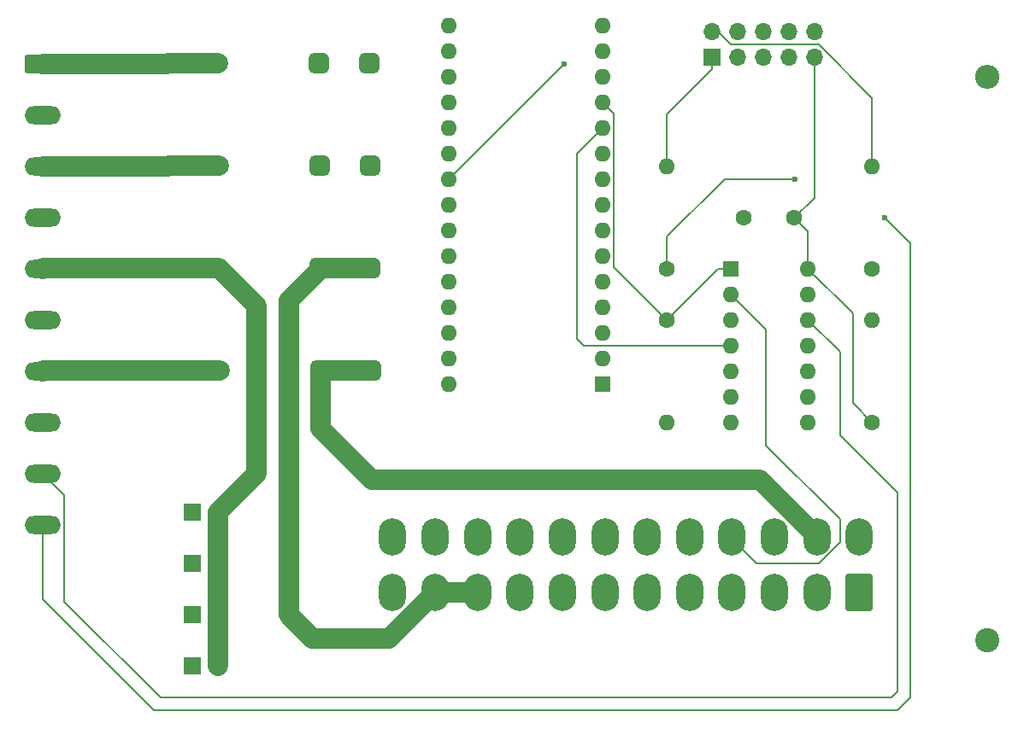
<source format=gbl>
G04 #@! TF.GenerationSoftware,KiCad,Pcbnew,8.0.9-8.0.9-0~ubuntu22.04.1*
G04 #@! TF.CreationDate,2026-01-30T18:33:39+10:00*
G04 #@! TF.ProjectId,ATX-Power-Distribution-Board,4154582d-506f-4776-9572-2d4469737472,rev?*
G04 #@! TF.SameCoordinates,Original*
G04 #@! TF.FileFunction,Copper,L4,Bot*
G04 #@! TF.FilePolarity,Positive*
%FSLAX46Y46*%
G04 Gerber Fmt 4.6, Leading zero omitted, Abs format (unit mm)*
G04 Created by KiCad (PCBNEW 8.0.9-8.0.9-0~ubuntu22.04.1) date 2026-01-30 18:33:39*
%MOMM*%
%LPD*%
G01*
G04 APERTURE LIST*
G04 Aperture macros list*
%AMRoundRect*
0 Rectangle with rounded corners*
0 $1 Rounding radius*
0 $2 $3 $4 $5 $6 $7 $8 $9 X,Y pos of 4 corners*
0 Add a 4 corners polygon primitive as box body*
4,1,4,$2,$3,$4,$5,$6,$7,$8,$9,$2,$3,0*
0 Add four circle primitives for the rounded corners*
1,1,$1+$1,$2,$3*
1,1,$1+$1,$4,$5*
1,1,$1+$1,$6,$7*
1,1,$1+$1,$8,$9*
0 Add four rect primitives between the rounded corners*
20,1,$1+$1,$2,$3,$4,$5,0*
20,1,$1+$1,$4,$5,$6,$7,0*
20,1,$1+$1,$6,$7,$8,$9,0*
20,1,$1+$1,$8,$9,$2,$3,0*%
G04 Aperture macros list end*
G04 #@! TA.AperFunction,ComponentPad*
%ADD10C,1.600000*%
G04 #@! TD*
G04 #@! TA.AperFunction,ComponentPad*
%ADD11O,1.600000X1.600000*%
G04 #@! TD*
G04 #@! TA.AperFunction,ComponentPad*
%ADD12R,1.700000X1.700000*%
G04 #@! TD*
G04 #@! TA.AperFunction,ComponentPad*
%ADD13O,1.700000X1.700000*%
G04 #@! TD*
G04 #@! TA.AperFunction,ComponentPad*
%ADD14C,2.400000*%
G04 #@! TD*
G04 #@! TA.AperFunction,ComponentPad*
%ADD15O,2.400000X2.400000*%
G04 #@! TD*
G04 #@! TA.AperFunction,ComponentPad*
%ADD16R,1.600000X1.600000*%
G04 #@! TD*
G04 #@! TA.AperFunction,ComponentPad*
%ADD17RoundRect,0.500000X0.500000X0.500000X-0.500000X0.500000X-0.500000X-0.500000X0.500000X-0.500000X0*%
G04 #@! TD*
G04 #@! TA.AperFunction,ComponentPad*
%ADD18C,2.000000*%
G04 #@! TD*
G04 #@! TA.AperFunction,ComponentPad*
%ADD19RoundRect,0.250000X-1.550000X0.650000X-1.550000X-0.650000X1.550000X-0.650000X1.550000X0.650000X0*%
G04 #@! TD*
G04 #@! TA.AperFunction,ComponentPad*
%ADD20O,3.600000X1.800000*%
G04 #@! TD*
G04 #@! TA.AperFunction,ComponentPad*
%ADD21RoundRect,0.250001X1.099999X1.599999X-1.099999X1.599999X-1.099999X-1.599999X1.099999X-1.599999X0*%
G04 #@! TD*
G04 #@! TA.AperFunction,ComponentPad*
%ADD22O,2.700000X3.700000*%
G04 #@! TD*
G04 #@! TA.AperFunction,ViaPad*
%ADD23C,0.600000*%
G04 #@! TD*
G04 #@! TA.AperFunction,Conductor*
%ADD24C,0.200000*%
G04 #@! TD*
G04 #@! TA.AperFunction,Conductor*
%ADD25C,2.000000*%
G04 #@! TD*
G04 APERTURE END LIST*
D10*
X148590000Y-87630000D03*
D11*
X148590000Y-97790000D03*
D12*
X101600000Y-111760000D03*
D13*
X104140000Y-111760000D03*
D10*
X148590000Y-82550000D03*
D11*
X148590000Y-72390000D03*
D12*
X153035000Y-61595000D03*
D13*
X153035000Y-59055000D03*
X155575000Y-61595000D03*
X155575000Y-59055000D03*
X158115000Y-61595000D03*
X158115000Y-59055000D03*
X160655000Y-61595000D03*
X160655000Y-59055000D03*
X163195000Y-61595000D03*
X163195000Y-59055000D03*
D14*
X180340000Y-119380000D03*
D15*
X180340000Y-63500000D03*
D12*
X101600000Y-121920000D03*
D13*
X104140000Y-121920000D03*
D16*
X154940000Y-82550000D03*
D11*
X154940000Y-85090000D03*
X154940000Y-87630000D03*
X154940000Y-90170000D03*
X154940000Y-92710000D03*
X154940000Y-95250000D03*
X154940000Y-97790000D03*
X162560000Y-97790000D03*
X162560000Y-95250000D03*
X162560000Y-92710000D03*
X162560000Y-90170000D03*
X162560000Y-87630000D03*
X162560000Y-85090000D03*
X162560000Y-82550000D03*
D17*
X119220000Y-82495000D03*
X114220000Y-82495000D03*
D18*
X104220000Y-82495000D03*
X99220000Y-82495000D03*
D17*
X119220000Y-72335000D03*
X114220000Y-72335000D03*
D18*
X104220000Y-72335000D03*
X99220000Y-72335000D03*
D19*
X86752500Y-62230000D03*
D20*
X86752500Y-67310000D03*
X86752500Y-72390000D03*
X86752500Y-77470000D03*
X86752500Y-82550000D03*
X86752500Y-87630000D03*
X86752500Y-92710000D03*
X86752500Y-97790000D03*
X86752500Y-102870000D03*
X86752500Y-107950000D03*
D10*
X161210000Y-77470000D03*
X156210000Y-77470000D03*
D16*
X142240000Y-93980000D03*
D11*
X142240000Y-91440000D03*
X142240000Y-88900000D03*
X142240000Y-86360000D03*
X142240000Y-83820000D03*
X142240000Y-81280000D03*
X142240000Y-78740000D03*
X142240000Y-76200000D03*
X142240000Y-73660000D03*
X142240000Y-71120000D03*
X142240000Y-68580000D03*
X142240000Y-66040000D03*
X142240000Y-63500000D03*
X142240000Y-60960000D03*
X142240000Y-58420000D03*
X127000000Y-58420000D03*
X127000000Y-60960000D03*
X127000000Y-63500000D03*
X127000000Y-66040000D03*
X127000000Y-68580000D03*
X127000000Y-71120000D03*
X127000000Y-73660000D03*
X127000000Y-76200000D03*
X127000000Y-78740000D03*
X127000000Y-81280000D03*
X127000000Y-83820000D03*
X127000000Y-86360000D03*
X127000000Y-88900000D03*
X127000000Y-91440000D03*
X127000000Y-93980000D03*
D21*
X167640000Y-114620000D03*
D22*
X163440000Y-114620000D03*
X159240000Y-114620000D03*
X155040000Y-114620000D03*
X150840000Y-114620000D03*
X146640000Y-114620000D03*
X142440000Y-114620000D03*
X138240000Y-114620000D03*
X134040000Y-114620000D03*
X129840000Y-114620000D03*
X125640000Y-114620000D03*
X121440000Y-114620000D03*
X167640000Y-109120000D03*
X163440000Y-109120000D03*
X159240000Y-109120000D03*
X155040000Y-109120000D03*
X150840000Y-109120000D03*
X146640000Y-109120000D03*
X142440000Y-109120000D03*
X138240000Y-109120000D03*
X134040000Y-109120000D03*
X129840000Y-109120000D03*
X125640000Y-109120000D03*
X121440000Y-109120000D03*
D17*
X119300000Y-92655000D03*
X114300000Y-92655000D03*
D18*
X104300000Y-92655000D03*
X99300000Y-92655000D03*
D12*
X101600000Y-116840000D03*
D13*
X104140000Y-116840000D03*
D10*
X168910000Y-97790000D03*
D11*
X168910000Y-87630000D03*
D12*
X101600000Y-106680000D03*
D13*
X104140000Y-106680000D03*
D17*
X119140000Y-62175000D03*
X114140000Y-62175000D03*
D18*
X104140000Y-62175000D03*
X99140000Y-62175000D03*
D10*
X168910000Y-82550000D03*
D11*
X168910000Y-72390000D03*
D23*
X161290000Y-73660000D03*
X170180000Y-77470000D03*
X138430000Y-62231600D03*
D24*
X138428400Y-62231600D02*
X138430000Y-62231600D01*
X158392850Y-100052150D02*
X165735000Y-107394300D01*
X154940000Y-85090000D02*
X158392850Y-88542850D01*
X158392850Y-88542850D02*
X158392850Y-100052150D01*
X165735000Y-107394300D02*
X165735000Y-109658452D01*
X165735000Y-109658452D02*
X163633452Y-111760000D01*
X163633452Y-111760000D02*
X157480000Y-111760000D01*
X157480000Y-111760000D02*
X155040000Y-109320000D01*
X155040000Y-109320000D02*
X155040000Y-109120000D01*
X154940000Y-90170000D02*
X140335000Y-90170000D01*
X140335000Y-90170000D02*
X139700000Y-89535000D01*
X139700000Y-89535000D02*
X139700000Y-71120000D01*
X139700000Y-71120000D02*
X142240000Y-68580000D01*
X161210000Y-77470000D02*
X163195000Y-75485000D01*
X162560000Y-82550000D02*
X162560000Y-78820000D01*
X163195000Y-75485000D02*
X163195000Y-61595000D01*
X167005000Y-86995000D02*
X162560000Y-82550000D01*
X162560000Y-78820000D02*
X161210000Y-77470000D01*
X168910000Y-97790000D02*
X167005000Y-95885000D01*
X167005000Y-95885000D02*
X167005000Y-86995000D01*
X143341700Y-82381700D02*
X148590000Y-87630000D01*
X153670000Y-82550000D02*
X154940000Y-82550000D01*
X143341700Y-67141700D02*
X143341700Y-82381700D01*
X148590000Y-87630000D02*
X153670000Y-82550000D01*
X142240000Y-66040000D02*
X143341700Y-67141700D01*
D25*
X104140000Y-62175000D02*
X99140000Y-62175000D01*
X86752500Y-62230000D02*
X99085000Y-62230000D01*
X99085000Y-62230000D02*
X99140000Y-62175000D01*
X99165000Y-72390000D02*
X99220000Y-72335000D01*
X86752500Y-72390000D02*
X99165000Y-72390000D01*
X104220000Y-72335000D02*
X99220000Y-72335000D01*
X99220000Y-82495000D02*
X86807500Y-82495000D01*
X104140000Y-111760000D02*
X104140000Y-106680000D01*
X107950000Y-102870000D02*
X107950000Y-86225000D01*
X86807500Y-82495000D02*
X86752500Y-82550000D01*
X104140000Y-106680000D02*
X107950000Y-102870000D01*
X104140000Y-121920000D02*
X104140000Y-116840000D01*
X107950000Y-86225000D02*
X104220000Y-82495000D01*
X104140000Y-116840000D02*
X104140000Y-111760000D01*
X99220000Y-82495000D02*
X104220000Y-82495000D01*
X111125000Y-116840000D02*
X113455000Y-119170000D01*
X111125000Y-85725000D02*
X111125000Y-116840000D01*
X113455000Y-119170000D02*
X121090000Y-119170000D01*
X121090000Y-119170000D02*
X125640000Y-114620000D01*
X114220000Y-82495000D02*
X114220000Y-82630000D01*
X129840000Y-114620000D02*
X125640000Y-114620000D01*
X114220000Y-82630000D02*
X111125000Y-85725000D01*
X119220000Y-82495000D02*
X114220000Y-82495000D01*
X86807500Y-92655000D02*
X86752500Y-92710000D01*
X104300000Y-92655000D02*
X86807500Y-92655000D01*
X119300000Y-92655000D02*
X114300000Y-92655000D01*
X119380000Y-103505000D02*
X114300000Y-98425000D01*
X163440000Y-109120000D02*
X157825000Y-103505000D01*
X157825000Y-103505000D02*
X119380000Y-103505000D01*
X114300000Y-98425000D02*
X114300000Y-92655000D01*
D24*
X154940000Y-60325000D02*
X163629200Y-60325000D01*
X153035000Y-59055000D02*
X153670000Y-59055000D01*
X163629200Y-60325000D02*
X168910000Y-65605800D01*
X168910000Y-65605800D02*
X168910000Y-72390000D01*
X153670000Y-59055000D02*
X154940000Y-60325000D01*
X153035000Y-62746700D02*
X148590000Y-67191700D01*
X153035000Y-61595000D02*
X153035000Y-62746700D01*
X148590000Y-67191700D02*
X148590000Y-72390000D01*
X171450000Y-124460000D02*
X171450000Y-104775000D01*
X88900000Y-105017500D02*
X88900000Y-115570000D01*
X165735000Y-90805000D02*
X162560000Y-87630000D01*
X88900000Y-115570000D02*
X98425000Y-125095000D01*
X171450000Y-104775000D02*
X165735000Y-99060000D01*
X98425000Y-125095000D02*
X170815000Y-125095000D01*
X170815000Y-125095000D02*
X171450000Y-124460000D01*
X86752500Y-102870000D02*
X88900000Y-105017500D01*
X165735000Y-99060000D02*
X165735000Y-90805000D01*
X97790000Y-126365000D02*
X171450000Y-126365000D01*
X148590000Y-79375000D02*
X154305000Y-73660000D01*
X86752500Y-107950000D02*
X86752500Y-115327500D01*
X172720000Y-125095000D02*
X172720000Y-80010000D01*
X171450000Y-126365000D02*
X172720000Y-125095000D01*
X148590000Y-82550000D02*
X148590000Y-79375000D01*
X172720000Y-80010000D02*
X170180000Y-77470000D01*
X154305000Y-73660000D02*
X161290000Y-73660000D01*
X86752500Y-115327500D02*
X97790000Y-126365000D01*
X127000000Y-73660000D02*
X138428400Y-62231600D01*
M02*

</source>
